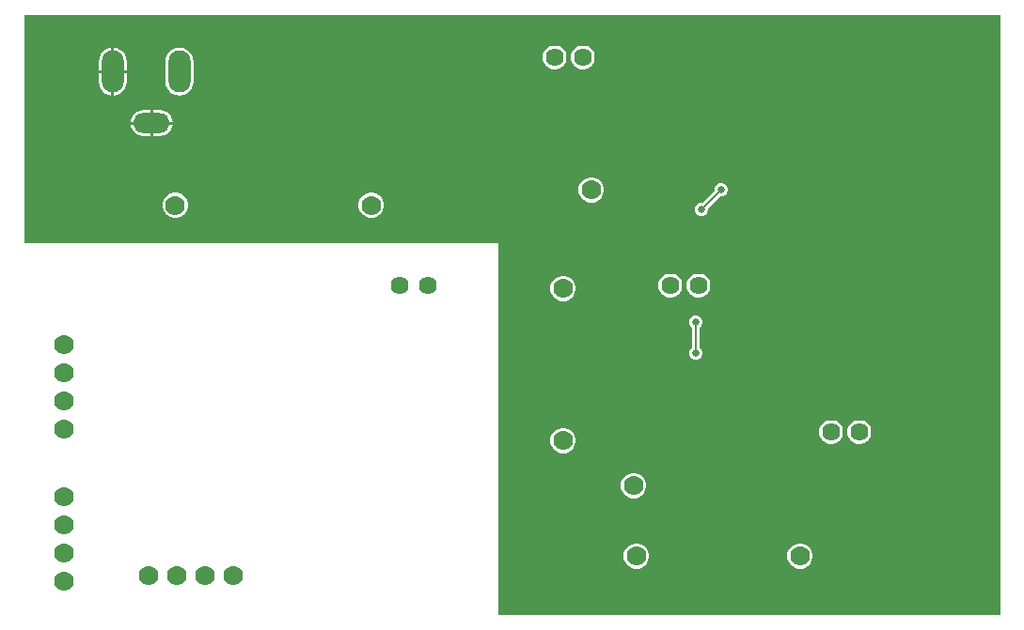
<source format=gbl>
G04*
G04 #@! TF.GenerationSoftware,Altium Limited,Altium Designer,21.8.1 (53)*
G04*
G04 Layer_Physical_Order=2*
G04 Layer_Color=16711680*
%FSLAX25Y25*%
%MOIN*%
G70*
G04*
G04 #@! TF.SameCoordinates,EC8DCCC1-7592-430C-AF42-B363D8801F71*
G04*
G04*
G04 #@! TF.FilePolarity,Positive*
G04*
G01*
G75*
%ADD10C,0.00600*%
%ADD41C,0.07000*%
%ADD42C,0.06378*%
%ADD43O,0.12992X0.07087*%
%ADD44O,0.07874X0.14961*%
%ADD45C,0.02500*%
G36*
X347961Y2039D02*
X170000D01*
Y134000D01*
X2039D01*
Y214961D01*
X347961D01*
Y2039D01*
D02*
G37*
%LPC*%
G36*
X200552Y204189D02*
X199449D01*
X198383Y203904D01*
X197428Y203352D01*
X196648Y202572D01*
X196097Y201617D01*
X195811Y200552D01*
Y199449D01*
X196097Y198383D01*
X196648Y197428D01*
X197428Y196648D01*
X198383Y196097D01*
X199449Y195811D01*
X200552D01*
X201617Y196097D01*
X202572Y196648D01*
X203352Y197428D01*
X203904Y198383D01*
X204189Y199449D01*
Y200552D01*
X203904Y201617D01*
X203352Y202572D01*
X202572Y203352D01*
X201617Y203904D01*
X200552Y204189D01*
D02*
G37*
G36*
X190551D02*
X189448D01*
X188383Y203904D01*
X187428Y203352D01*
X186648Y202572D01*
X186097Y201617D01*
X185811Y200552D01*
Y199449D01*
X186097Y198383D01*
X186648Y197428D01*
X187428Y196648D01*
X188383Y196097D01*
X189448Y195811D01*
X190551D01*
X191617Y196097D01*
X192572Y196648D01*
X193352Y197428D01*
X193904Y198383D01*
X194189Y199449D01*
Y200552D01*
X193904Y201617D01*
X193352Y202572D01*
X192572Y203352D01*
X191617Y203904D01*
X190551Y204189D01*
D02*
G37*
G36*
X33878Y203457D02*
Y195500D01*
X38358D01*
Y198543D01*
X38188Y199832D01*
X37690Y201033D01*
X36899Y202064D01*
X35868Y202856D01*
X34667Y203353D01*
X33878Y203457D01*
D02*
G37*
G36*
X32878D02*
X32089Y203353D01*
X30888Y202856D01*
X29857Y202064D01*
X29065Y201033D01*
X28568Y199832D01*
X28398Y198543D01*
Y195500D01*
X32878D01*
Y203457D01*
D02*
G37*
G36*
X38358Y194500D02*
X33878D01*
Y186543D01*
X34667Y186647D01*
X35868Y187144D01*
X36899Y187936D01*
X37690Y188967D01*
X38188Y190168D01*
X38358Y191457D01*
Y194500D01*
D02*
G37*
G36*
X32878D02*
X28398D01*
Y191457D01*
X28568Y190168D01*
X29065Y188967D01*
X29857Y187936D01*
X30888Y187144D01*
X32089Y186647D01*
X32878Y186543D01*
Y194500D01*
D02*
G37*
G36*
X57000Y203523D02*
X55711Y203353D01*
X54510Y202856D01*
X53479Y202064D01*
X52688Y201033D01*
X52190Y199832D01*
X52020Y198543D01*
Y191457D01*
X52190Y190168D01*
X52688Y188967D01*
X53479Y187936D01*
X54510Y187144D01*
X55711Y186647D01*
X57000Y186477D01*
X58289Y186647D01*
X59490Y187144D01*
X60521Y187936D01*
X61313Y188967D01*
X61810Y190168D01*
X61980Y191457D01*
Y198543D01*
X61810Y199832D01*
X61313Y201033D01*
X60521Y202064D01*
X59490Y202856D01*
X58289Y203353D01*
X57000Y203523D01*
D02*
G37*
G36*
X50110Y181275D02*
X47657D01*
Y177193D01*
X54627D01*
X54537Y177879D01*
X54079Y178984D01*
X53351Y179933D01*
X52402Y180661D01*
X51296Y181119D01*
X50110Y181275D01*
D02*
G37*
G36*
X46657D02*
X44205D01*
X43019Y181119D01*
X41914Y180661D01*
X40964Y179933D01*
X40236Y178984D01*
X39778Y177879D01*
X39688Y177193D01*
X46657D01*
Y181275D01*
D02*
G37*
G36*
X54627Y176193D02*
X47657D01*
Y172110D01*
X50110D01*
X51296Y172267D01*
X52402Y172724D01*
X53351Y173453D01*
X54079Y174402D01*
X54537Y175507D01*
X54627Y176193D01*
D02*
G37*
G36*
X46657D02*
X39688D01*
X39778Y175507D01*
X40236Y174402D01*
X40964Y173453D01*
X41914Y172724D01*
X43019Y172267D01*
X44205Y172110D01*
X46657D01*
Y176193D01*
D02*
G37*
G36*
X203592Y157500D02*
X202408D01*
X201263Y157193D01*
X200237Y156601D01*
X199399Y155763D01*
X198807Y154737D01*
X198500Y153592D01*
Y152408D01*
X198807Y151263D01*
X199399Y150237D01*
X200237Y149399D01*
X201263Y148807D01*
X202408Y148500D01*
X203592D01*
X204737Y148807D01*
X205763Y149399D01*
X206601Y150237D01*
X207193Y151263D01*
X207500Y152408D01*
Y153592D01*
X207193Y154737D01*
X206601Y155763D01*
X205763Y156601D01*
X204737Y157193D01*
X203592Y157500D01*
D02*
G37*
G36*
X249448Y155250D02*
X248552D01*
X247726Y154908D01*
X247093Y154274D01*
X246750Y153448D01*
Y152624D01*
X242375Y148250D01*
X241552D01*
X240725Y147907D01*
X240092Y147274D01*
X239750Y146448D01*
Y145552D01*
X240092Y144726D01*
X240725Y144093D01*
X241552Y143750D01*
X242448D01*
X243274Y144093D01*
X243907Y144726D01*
X244250Y145552D01*
Y146376D01*
X248624Y150750D01*
X249448D01*
X250274Y151093D01*
X250907Y151725D01*
X251250Y152552D01*
Y153448D01*
X250907Y154274D01*
X250274Y154908D01*
X249448Y155250D01*
D02*
G37*
G36*
X125592Y152000D02*
X124408D01*
X123263Y151693D01*
X122237Y151101D01*
X121399Y150263D01*
X120807Y149237D01*
X120500Y148092D01*
Y146908D01*
X120807Y145763D01*
X121399Y144737D01*
X122237Y143899D01*
X123263Y143307D01*
X124408Y143000D01*
X125592D01*
X126737Y143307D01*
X127763Y143899D01*
X128601Y144737D01*
X129193Y145763D01*
X129500Y146908D01*
Y148092D01*
X129193Y149237D01*
X128601Y150263D01*
X127763Y151101D01*
X126737Y151693D01*
X125592Y152000D01*
D02*
G37*
G36*
X56092D02*
X54908D01*
X53763Y151693D01*
X52737Y151101D01*
X51899Y150263D01*
X51307Y149237D01*
X51000Y148092D01*
Y146908D01*
X51307Y145763D01*
X51899Y144737D01*
X52737Y143899D01*
X53763Y143307D01*
X54908Y143000D01*
X56092D01*
X57237Y143307D01*
X58263Y143899D01*
X59101Y144737D01*
X59693Y145763D01*
X60000Y146908D01*
Y148092D01*
X59693Y149237D01*
X59101Y150263D01*
X58263Y151101D01*
X57237Y151693D01*
X56092Y152000D01*
D02*
G37*
G36*
X241551Y123189D02*
X240448D01*
X239383Y122904D01*
X238428Y122352D01*
X237648Y121572D01*
X237097Y120617D01*
X236811Y119552D01*
Y118448D01*
X237097Y117383D01*
X237648Y116428D01*
X238428Y115648D01*
X239383Y115096D01*
X240448Y114811D01*
X241551D01*
X242617Y115096D01*
X243572Y115648D01*
X244352Y116428D01*
X244903Y117383D01*
X245189Y118448D01*
Y119552D01*
X244903Y120617D01*
X244352Y121572D01*
X243572Y122352D01*
X242617Y122904D01*
X241551Y123189D01*
D02*
G37*
G36*
X231552D02*
X230449D01*
X229383Y122904D01*
X228428Y122352D01*
X227648Y121572D01*
X227097Y120617D01*
X226811Y119552D01*
Y118448D01*
X227097Y117383D01*
X227648Y116428D01*
X228428Y115648D01*
X229383Y115096D01*
X230449Y114811D01*
X231552D01*
X232617Y115096D01*
X233572Y115648D01*
X234352Y116428D01*
X234904Y117383D01*
X235189Y118448D01*
Y119552D01*
X234904Y120617D01*
X234352Y121572D01*
X233572Y122352D01*
X232617Y122904D01*
X231552Y123189D01*
D02*
G37*
G36*
X193592Y122500D02*
X192408D01*
X191263Y122193D01*
X190237Y121601D01*
X189399Y120763D01*
X188807Y119737D01*
X188500Y118592D01*
Y117408D01*
X188807Y116263D01*
X189399Y115237D01*
X190237Y114399D01*
X191263Y113807D01*
X192408Y113500D01*
X193592D01*
X194737Y113807D01*
X195763Y114399D01*
X196601Y115237D01*
X197193Y116263D01*
X197500Y117408D01*
Y118592D01*
X197193Y119737D01*
X196601Y120763D01*
X195763Y121601D01*
X194737Y122193D01*
X193592Y122500D01*
D02*
G37*
G36*
X240448Y108250D02*
X239552D01*
X238725Y107907D01*
X238092Y107274D01*
X237750Y106448D01*
Y105552D01*
X238092Y104726D01*
X238674Y104144D01*
Y96856D01*
X238092Y96275D01*
X237750Y95448D01*
Y94552D01*
X238092Y93726D01*
X238725Y93093D01*
X239552Y92750D01*
X240448D01*
X241274Y93093D01*
X241908Y93726D01*
X242250Y94552D01*
Y95448D01*
X241908Y96275D01*
X241325Y96856D01*
Y104144D01*
X241908Y104726D01*
X242250Y105552D01*
Y106448D01*
X241908Y107274D01*
X241274Y107907D01*
X240448Y108250D01*
D02*
G37*
G36*
X298552Y71189D02*
X297448D01*
X296383Y70903D01*
X295428Y70352D01*
X294648Y69572D01*
X294096Y68617D01*
X293811Y67551D01*
Y66448D01*
X294096Y65383D01*
X294648Y64428D01*
X295428Y63648D01*
X296383Y63096D01*
X297448Y62811D01*
X298552D01*
X299617Y63096D01*
X300572Y63648D01*
X301352Y64428D01*
X301904Y65383D01*
X302189Y66448D01*
Y67551D01*
X301904Y68617D01*
X301352Y69572D01*
X300572Y70352D01*
X299617Y70903D01*
X298552Y71189D01*
D02*
G37*
G36*
X288551D02*
X287449D01*
X286383Y70903D01*
X285428Y70352D01*
X284648Y69572D01*
X284097Y68617D01*
X283811Y67551D01*
Y66448D01*
X284097Y65383D01*
X284648Y64428D01*
X285428Y63648D01*
X286383Y63096D01*
X287449Y62811D01*
X288551D01*
X289617Y63096D01*
X290572Y63648D01*
X291352Y64428D01*
X291903Y65383D01*
X292189Y66448D01*
Y67551D01*
X291903Y68617D01*
X291352Y69572D01*
X290572Y70352D01*
X289617Y70903D01*
X288551Y71189D01*
D02*
G37*
G36*
X193592Y68500D02*
X192408D01*
X191263Y68193D01*
X190237Y67601D01*
X189399Y66763D01*
X188807Y65737D01*
X188500Y64592D01*
Y63408D01*
X188807Y62263D01*
X189399Y61237D01*
X190237Y60399D01*
X191263Y59807D01*
X192408Y59500D01*
X193592D01*
X194737Y59807D01*
X195763Y60399D01*
X196601Y61237D01*
X197193Y62263D01*
X197500Y63408D01*
Y64592D01*
X197193Y65737D01*
X196601Y66763D01*
X195763Y67601D01*
X194737Y68193D01*
X193592Y68500D01*
D02*
G37*
G36*
X218592Y52500D02*
X217408D01*
X216263Y52193D01*
X215237Y51601D01*
X214399Y50763D01*
X213807Y49737D01*
X213500Y48592D01*
Y47408D01*
X213807Y46263D01*
X214399Y45237D01*
X215237Y44399D01*
X216263Y43807D01*
X217408Y43500D01*
X218592D01*
X219737Y43807D01*
X220763Y44399D01*
X221601Y45237D01*
X222193Y46263D01*
X222500Y47408D01*
Y48592D01*
X222193Y49737D01*
X221601Y50763D01*
X220763Y51601D01*
X219737Y52193D01*
X218592Y52500D01*
D02*
G37*
G36*
X277592Y27500D02*
X276408D01*
X275263Y27193D01*
X274237Y26601D01*
X273399Y25763D01*
X272807Y24737D01*
X272500Y23592D01*
Y22408D01*
X272807Y21263D01*
X273399Y20237D01*
X274237Y19399D01*
X275263Y18807D01*
X276408Y18500D01*
X277592D01*
X278737Y18807D01*
X279763Y19399D01*
X280601Y20237D01*
X281193Y21263D01*
X281500Y22408D01*
Y23592D01*
X281193Y24737D01*
X280601Y25763D01*
X279763Y26601D01*
X278737Y27193D01*
X277592Y27500D01*
D02*
G37*
G36*
X219592D02*
X218408D01*
X217263Y27193D01*
X216237Y26601D01*
X215399Y25763D01*
X214807Y24737D01*
X214500Y23592D01*
Y22408D01*
X214807Y21263D01*
X215399Y20237D01*
X216237Y19399D01*
X217263Y18807D01*
X218408Y18500D01*
X219592D01*
X220737Y18807D01*
X221763Y19399D01*
X222601Y20237D01*
X223193Y21263D01*
X223500Y22408D01*
Y23592D01*
X223193Y24737D01*
X222601Y25763D01*
X221763Y26601D01*
X220737Y27193D01*
X219592Y27500D01*
D02*
G37*
%LPD*%
D10*
X240000Y95000D02*
Y106000D01*
X242000Y146000D02*
X249000Y153000D01*
D41*
X16000Y88000D02*
D03*
Y98000D02*
D03*
Y68000D02*
D03*
Y78000D02*
D03*
X287000Y23000D02*
D03*
X277000D02*
D03*
X307000D02*
D03*
X297000D02*
D03*
X228000Y48000D02*
D03*
X218000D02*
D03*
X248000D02*
D03*
X238000D02*
D03*
X193000Y153000D02*
D03*
X203000D02*
D03*
X173000D02*
D03*
X183000D02*
D03*
X115000Y147500D02*
D03*
X125000D02*
D03*
X95000D02*
D03*
X105000D02*
D03*
X45500D02*
D03*
X55500D02*
D03*
X25500D02*
D03*
X35500D02*
D03*
X16000Y34000D02*
D03*
Y44000D02*
D03*
Y14000D02*
D03*
Y24000D02*
D03*
X193000Y108000D02*
D03*
Y118000D02*
D03*
Y88000D02*
D03*
Y98000D02*
D03*
X56000Y16000D02*
D03*
X46000D02*
D03*
X76000D02*
D03*
X66000D02*
D03*
X193000Y54000D02*
D03*
Y64000D02*
D03*
Y34000D02*
D03*
Y44000D02*
D03*
X229000Y23000D02*
D03*
X219000D02*
D03*
X249000D02*
D03*
X239000D02*
D03*
D42*
X200000Y200000D02*
D03*
X190000D02*
D03*
X145000Y119000D02*
D03*
X135000D02*
D03*
X231000D02*
D03*
X241000D02*
D03*
X298000Y67000D02*
D03*
X288000D02*
D03*
D43*
X47157Y176693D02*
D03*
D44*
X33378Y195000D02*
D03*
X57000D02*
D03*
D45*
X177000Y6000D02*
D03*
X240000Y95000D02*
D03*
Y106000D02*
D03*
X242000Y146000D02*
D03*
X249000Y153000D02*
D03*
X204000Y182000D02*
D03*
X215000Y70000D02*
D03*
X216000Y90000D02*
D03*
X277000Y100000D02*
D03*
X324000Y68000D02*
D03*
X302000Y80000D02*
D03*
Y90000D02*
D03*
X256000Y189000D02*
D03*
X225000Y149000D02*
D03*
X99000Y172000D02*
D03*
X157000Y160000D02*
D03*
X144000Y187000D02*
D03*
X111000Y169000D02*
D03*
X79000Y182000D02*
D03*
M02*

</source>
